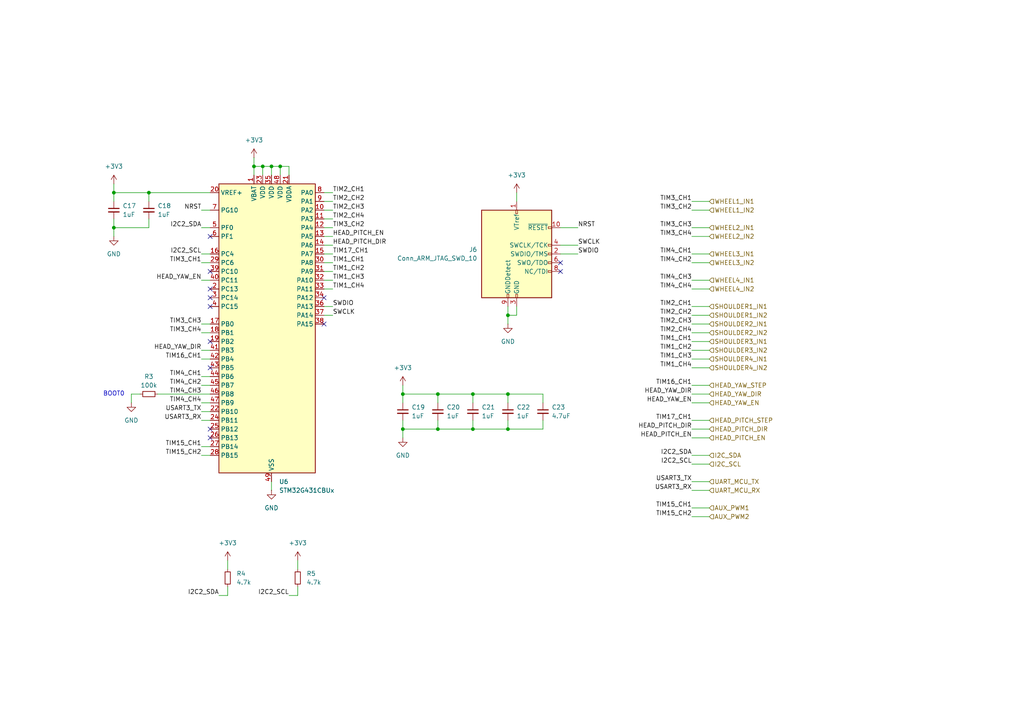
<source format=kicad_sch>
(kicad_sch (version 20250114) (generator "eeschema") (generator_version "9.0")
  (paper "A4")
  (lib_symbols
    (symbol "Connector:Conn_ARM_JTAG_SWD_10" (pin_names (offset 1.016))
      (property "Reference" "J" (at -2.54 16.51 0))
      (property "Value" "Conn_ARM_JTAG_SWD_10" (at -2.54 13.97 0))
      (symbol "Conn_ARM_JTAG_SWD_10_0_1"
        (rectangle (start -10.16 12.7) (end 10.16 -12.7) (stroke (width 0.254)) (fill (type background)))
        (rectangle (start -2.794 -12.7) (end -2.286 -11.684))
        (rectangle (start -0.254 12.7) (end 0.254 11.684))
        (rectangle (start -0.254 -12.7) (end 0.254 -11.684))
        (rectangle (start 9.144 2.286) (end 10.16 2.794))
        (rectangle (start 10.16 7.874) (end 9.144 7.366))
        (rectangle (start 10.16 -0.254) (end 9.144 0.254))
        (rectangle (start 10.16 -2.794) (end 9.144 -2.286))
      )
      (symbol "Conn_ARM_JTAG_SWD_10_1_1"
        (rectangle (start 9.144 -5.334) (end 10.16 -4.826))
        (pin no_connect line (at -10.16 0 0) (length 2.54) (hide yes) (name "KEY") (number "7"))
        (pin passive line (at -2.54 -15.24 90) (length 2.54) (name "GNDDetect") (number "9"))
        (pin power_in line (at 0 15.24 270) (length 2.54) (name "VTref") (number "1"))
        (pin power_in line (at 0 -15.24 90) (length 2.54) (name "GND") (number "3"))
        (pin passive line (at 0 -15.24 90) (length 2.54) (hide yes) (name "GND") (number "5"))
        (pin open_collector line (at 12.7 7.62 180) (length 2.54) (name "~{RESET}") (number "10"))
        (pin output line (at 12.7 2.54 180) (length 2.54) (name "SWCLK/TCK") (number "4"))
        (pin bidirectional line (at 12.7 0 180) (length 2.54) (name "SWDIO/TMS") (number "2"))
        (pin input line (at 12.7 -2.54 180) (length 2.54) (name "SWO/TDO") (number "6"))
        (pin output line (at 12.7 -5.08 180) (length 2.54) (name "NC/TDI") (number "8"))
      )
    )
    (symbol "Device:C_Small" (pin_numbers (hide yes)) (pin_names (offset 0.254) (hide yes))
      (property "Reference" "C" (at 0.254 1.778 0))
      (property "Value" "C_Small" (at 0.254 -2.032 0))
      (symbol "C_Small_0_1"
        (polyline (pts (xy -1.524 0.508) (xy 1.524 0.508)) (stroke (width 0.3048)))
        (polyline (pts (xy -1.524 -0.508) (xy 1.524 -0.508)) (stroke (width 0.3302)))
      )
      (symbol "C_Small_1_1"
        (pin passive line (at 0 2.54 270) (length 2.032) (name "~") (number "1"))
        (pin passive line (at 0 -2.54 90) (length 2.032) (name "~") (number "2"))
      )
    )
    (symbol "Device:R_Small" (pin_numbers (hide yes)) (pin_names (offset 0.254) (hide yes))
      (property "Reference" "R" (at 0.762 0.508 0))
      (property "Value" "R_Small" (at 0.762 -1.016 0))
      (symbol "R_Small_0_1"
        (rectangle (start -0.762 1.778) (end 0.762 -1.778) (stroke (width 0.2032)))
      )
      (symbol "R_Small_1_1"
        (pin passive line (at 0 2.54 270) (length 0.762) (name "~") (number "1"))
        (pin passive line (at 0 -2.54 90) (length 0.762) (name "~") (number "2"))
      )
    )
    (symbol "MCU_ST_STM32G4:STM32G431CBUx"
      (property "Reference" "U" (at -12.7 44.45 0))
      (property "Value" "STM32G431CBUx" (at 10.16 44.45 0))
      (symbol "STM32G431CBUx_0_1"
        (rectangle (start -12.7 -40.64) (end 15.24 43.18) (stroke (width 0.254)) (fill (type background)))
      )
      (symbol "STM32G431CBUx_1_1"
        (pin input line (at -15.24 40.64 0) (length 2.54) (name "VREF+") (number "20"))
        (pin bidirectional line (at -15.24 35.56 0) (length 2.54) (name "PG10") (number "7"))
        (pin bidirectional line (at -15.24 30.48 0) (length 2.54) (name "PF0") (number "5"))
        (pin bidirectional line (at -15.24 27.94 0) (length 2.54) (name "PF1") (number "6"))
        (pin bidirectional line (at -15.24 22.86 0) (length 2.54) (name "PC4") (number "16"))
        (pin bidirectional line (at -15.24 20.32 0) (length 2.54) (name "PC6") (number "29"))
        (pin bidirectional line (at -15.24 17.78 0) (length 2.54) (name "PC10") (number "39"))
        (pin bidirectional line (at -15.24 15.24 0) (length 2.54) (name "PC11") (number "40"))
        (pin bidirectional line (at -15.24 12.7 0) (length 2.54) (name "PC13") (number "2"))
        (pin bidirectional line (at -15.24 10.16 0) (length 2.54) (name "PC14") (number "3"))
        (pin bidirectional line (at -15.24 7.62 0) (length 2.54) (name "PC15") (number "4"))
        (pin bidirectional line (at -15.24 2.54 0) (length 2.54) (name "PB0") (number "17"))
        (pin bidirectional line (at -15.24 0 0) (length 2.54) (name "PB1") (number "18"))
        (pin bidirectional line (at -15.24 -2.54 0) (length 2.54) (name "PB2") (number "19"))
        (pin bidirectional line (at -15.24 -5.08 0) (length 2.54) (name "PB3") (number "41"))
        (pin bidirectional line (at -15.24 -7.62 0) (length 2.54) (name "PB4") (number "42"))
        (pin bidirectional line (at -15.24 -10.16 0) (length 2.54) (name "PB5") (number "43"))
        (pin bidirectional line (at -15.24 -12.7 0) (length 2.54) (name "PB6") (number "44"))
        (pin bidirectional line (at -15.24 -15.24 0) (length 2.54) (name "PB7") (number "45"))
        (pin bidirectional line (at -15.24 -17.78 0) (length 2.54) (name "PB8") (number "46"))
        (pin bidirectional line (at -15.24 -20.32 0) (length 2.54) (name "PB9") (number "47"))
        (pin bidirectional line (at -15.24 -22.86 0) (length 2.54) (name "PB10") (number "22"))
        (pin bidirectional line (at -15.24 -25.4 0) (length 2.54) (name "PB11") (number "24"))
        (pin bidirectional line (at -15.24 -27.94 0) (length 2.54) (name "PB12") (number "25"))
        (pin bidirectional line (at -15.24 -30.48 0) (length 2.54) (name "PB13") (number "26"))
        (pin bidirectional line (at -15.24 -33.02 0) (length 2.54) (name "PB14") (number "27"))
        (pin bidirectional line (at -15.24 -35.56 0) (length 2.54) (name "PB15") (number "28"))
        (pin power_in line (at -2.54 45.72 270) (length 2.54) (name "VBAT") (number "1"))
        (pin power_in line (at 0 45.72 270) (length 2.54) (name "VDD") (number "23"))
        (pin power_in line (at 2.54 45.72 270) (length 2.54) (name "VDD") (number "35"))
        (pin power_in line (at 2.54 -43.18 90) (length 2.54) (name "VSS") (number "49"))
        (pin power_in line (at 5.08 45.72 270) (length 2.54) (name "VDD") (number "48"))
        (pin power_in line (at 7.62 45.72 270) (length 2.54) (name "VDDA") (number "21"))
        (pin bidirectional line (at 17.78 40.64 180) (length 2.54) (name "PA0") (number "8"))
        (pin bidirectional line (at 17.78 38.1 180) (length 2.54) (name "PA1") (number "9"))
        (pin bidirectional line (at 17.78 35.56 180) (length 2.54) (name "PA2") (number "10"))
        (pin bidirectional line (at 17.78 33.02 180) (length 2.54) (name "PA3") (number "11"))
        (pin bidirectional line (at 17.78 30.48 180) (length 2.54) (name "PA4") (number "12"))
        (pin bidirectional line (at 17.78 27.94 180) (length 2.54) (name "PA5") (number "13"))
        (pin bidirectional line (at 17.78 25.4 180) (length 2.54) (name "PA6") (number "14"))
        (pin bidirectional line (at 17.78 22.86 180) (length 2.54) (name "PA7") (number "15"))
        (pin bidirectional line (at 17.78 20.32 180) (length 2.54) (name "PA8") (number "30"))
        (pin bidirectional line (at 17.78 17.78 180) (length 2.54) (name "PA9") (number "31"))
        (pin bidirectional line (at 17.78 15.24 180) (length 2.54) (name "PA10") (number "32"))
        (pin bidirectional line (at 17.78 12.7 180) (length 2.54) (name "PA11") (number "33"))
        (pin bidirectional line (at 17.78 10.16 180) (length 2.54) (name "PA12") (number "34"))
        (pin bidirectional line (at 17.78 7.62 180) (length 2.54) (name "PA13") (number "36"))
        (pin bidirectional line (at 17.78 5.08 180) (length 2.54) (name "PA14") (number "37"))
        (pin bidirectional line (at 17.78 2.54 180) (length 2.54) (name "PA15") (number "38"))
      )
    )
    (symbol "power:+3V3" (power) (pin_numbers (hide yes)) (pin_names (offset 0) (hide yes))
      (property "Value" "+3V3" (at 0 3.556 0))
      (symbol "+3V3_0_1"
        (polyline (pts (xy -0.762 1.27) (xy 0 2.54)))
        (polyline (pts (xy 0 2.54) (xy 0.762 1.27)))
        (polyline (pts (xy 0 0) (xy 0 2.54)))
      )
      (symbol "+3V3_1_1"
        (pin power_in line (at 0 0 90) (length 0) (name "~") (number "1"))
      )
    )
    (symbol "power:GND" (power) (pin_numbers (hide yes)) (pin_names (offset 0) (hide yes))
      (property "Value" "GND" (at 0 -3.81 0))
      (symbol "GND_0_1"
        (polyline (pts (xy 0 0) (xy 0 -1.27) (xy 1.27 -1.27) (xy 0 -2.54) (xy -1.27 -1.27) (xy 0 -1.27)))
      )
      (symbol "GND_1_1"
        (pin power_in line (at 0 0 270) (length 0) (name "~") (number "1"))
      )
    )
  )
  (text "BOOT0" (at 33.02 114.3 0) (effects (font (size 1.27 1.27))))
  (junction (at 116.84 114.3))
  (junction (at 81.28 48.26))
  (junction (at 73.66 48.26))
  (junction (at 33.02 55.88))
  (junction (at 78.74 48.26))
  (junction (at 116.84 124.46))
  (junction (at 127 124.46))
  (junction (at 147.32 114.3))
  (junction (at 33.02 66.04))
  (junction (at 147.32 91.44))
  (junction (at 137.16 124.46))
  (junction (at 127 114.3))
  (junction (at 43.18 55.88))
  (junction (at 137.16 114.3))
  (junction (at 147.32 124.46))
  (junction (at 76.2 48.26))
  (no_connect (at 60.96 68.58))
  (no_connect (at 60.96 86.36))
  (no_connect (at 60.96 78.74))
  (no_connect (at 60.96 106.68))
  (no_connect (at 60.96 83.82))
  (no_connect (at 162.56 76.2))
  (no_connect (at 60.96 88.9))
  (no_connect (at 93.98 93.98))
  (no_connect (at 60.96 127))
  (no_connect (at 162.56 78.74))
  (no_connect (at 60.96 124.46))
  (no_connect (at 93.98 86.36))
  (no_connect (at 60.96 99.06))
  (wire (pts (xy 81.28 48.26) (xy 83.82 48.26)))
  (wire (pts (xy 147.32 124.46) (xy 147.32 121.92)))
  (wire (pts (xy 86.36 162.56) (xy 86.36 165.1)))
  (wire (pts (xy 73.66 48.26) (xy 73.66 50.8)))
  (wire (pts (xy 73.66 45.72) (xy 73.66 48.26)))
  (wire (pts (xy 86.36 172.72) (xy 86.36 170.18)))
  (wire (pts (xy 33.02 66.04) (xy 33.02 68.58)))
  (wire (pts (xy 93.98 60.96) (xy 96.52 60.96)))
  (wire (pts (xy 200.66 68.58) (xy 205.74 68.58)))
  (wire (pts (xy 200.66 88.9) (xy 205.74 88.9)))
  (wire (pts (xy 200.66 147.32) (xy 205.74 147.32)))
  (wire (pts (xy 137.16 114.3) (xy 137.16 116.84)))
  (wire (pts (xy 200.66 114.3) (xy 205.74 114.3)))
  (wire (pts (xy 83.82 172.72) (xy 86.36 172.72)))
  (wire (pts (xy 33.02 63.5) (xy 33.02 66.04)))
  (wire (pts (xy 58.42 76.2) (xy 60.96 76.2)))
  (wire (pts (xy 200.66 93.98) (xy 205.74 93.98)))
  (wire (pts (xy 78.74 139.7) (xy 78.74 142.24)))
  (wire (pts (xy 200.66 96.52) (xy 205.74 96.52)))
  (wire (pts (xy 58.42 81.28) (xy 60.96 81.28)))
  (wire (pts (xy 200.66 73.66) (xy 205.74 73.66)))
  (wire (pts (xy 93.98 91.44) (xy 96.52 91.44)))
  (wire (pts (xy 200.66 91.44) (xy 205.74 91.44)))
  (wire (pts (xy 200.66 76.2) (xy 205.74 76.2)))
  (wire (pts (xy 200.66 81.28) (xy 205.74 81.28)))
  (wire (pts (xy 93.98 71.12) (xy 96.52 71.12)))
  (wire (pts (xy 60.96 55.88) (xy 43.18 55.88)))
  (wire (pts (xy 137.16 124.46) (xy 137.16 121.92)))
  (wire (pts (xy 116.84 111.76) (xy 116.84 114.3)))
  (wire (pts (xy 38.1 114.3) (xy 40.64 114.3)))
  (wire (pts (xy 93.98 78.74) (xy 96.52 78.74)))
  (wire (pts (xy 93.98 73.66) (xy 96.52 73.66)))
  (wire (pts (xy 58.42 96.52) (xy 60.96 96.52)))
  (wire (pts (xy 93.98 66.04) (xy 96.52 66.04)))
  (wire (pts (xy 149.86 55.88) (xy 149.86 58.42)))
  (wire (pts (xy 200.66 99.06) (xy 205.74 99.06)))
  (wire (pts (xy 200.66 111.76) (xy 205.74 111.76)))
  (wire (pts (xy 83.82 48.26) (xy 83.82 50.8)))
  (wire (pts (xy 93.98 55.88) (xy 96.52 55.88)))
  (wire (pts (xy 162.56 66.04) (xy 167.64 66.04)))
  (wire (pts (xy 58.42 116.84) (xy 60.96 116.84)))
  (wire (pts (xy 157.48 114.3) (xy 157.48 116.84)))
  (wire (pts (xy 147.32 114.3) (xy 147.32 116.84)))
  (wire (pts (xy 73.66 48.26) (xy 76.2 48.26)))
  (wire (pts (xy 58.42 66.04) (xy 60.96 66.04)))
  (wire (pts (xy 58.42 101.6) (xy 60.96 101.6)))
  (wire (pts (xy 81.28 48.26) (xy 81.28 50.8)))
  (wire (pts (xy 58.42 93.98) (xy 60.96 93.98)))
  (wire (pts (xy 78.74 50.8) (xy 78.74 48.26)))
  (wire (pts (xy 116.84 124.46) (xy 127 124.46)))
  (wire (pts (xy 157.48 124.46) (xy 157.48 121.92)))
  (wire (pts (xy 43.18 55.88) (xy 33.02 55.88)))
  (wire (pts (xy 200.66 132.08) (xy 205.74 132.08)))
  (wire (pts (xy 200.66 116.84) (xy 205.74 116.84)))
  (wire (pts (xy 116.84 114.3) (xy 116.84 116.84)))
  (wire (pts (xy 200.66 124.46) (xy 205.74 124.46)))
  (wire (pts (xy 147.32 124.46) (xy 157.48 124.46)))
  (wire (pts (xy 66.04 162.56) (xy 66.04 165.1)))
  (wire (pts (xy 200.66 60.96) (xy 205.74 60.96)))
  (wire (pts (xy 93.98 68.58) (xy 96.52 68.58)))
  (wire (pts (xy 127 114.3) (xy 127 116.84)))
  (wire (pts (xy 137.16 124.46) (xy 147.32 124.46)))
  (wire (pts (xy 93.98 81.28) (xy 96.52 81.28)))
  (wire (pts (xy 93.98 88.9) (xy 96.52 88.9)))
  (wire (pts (xy 147.32 88.9) (xy 147.32 91.44)))
  (wire (pts (xy 147.32 91.44) (xy 147.32 93.98)))
  (wire (pts (xy 78.74 48.26) (xy 81.28 48.26)))
  (wire (pts (xy 200.66 83.82) (xy 205.74 83.82)))
  (wire (pts (xy 200.66 121.92) (xy 205.74 121.92)))
  (wire (pts (xy 200.66 139.7) (xy 205.74 139.7)))
  (wire (pts (xy 127 114.3) (xy 137.16 114.3)))
  (wire (pts (xy 58.42 109.22) (xy 60.96 109.22)))
  (wire (pts (xy 162.56 73.66) (xy 167.64 73.66)))
  (wire (pts (xy 200.66 101.6) (xy 205.74 101.6)))
  (wire (pts (xy 149.86 88.9) (xy 149.86 91.44)))
  (wire (pts (xy 78.74 48.26) (xy 76.2 48.26)))
  (wire (pts (xy 116.84 124.46) (xy 116.84 127)))
  (wire (pts (xy 58.42 121.92) (xy 60.96 121.92)))
  (wire (pts (xy 162.56 71.12) (xy 167.64 71.12)))
  (wire (pts (xy 58.42 73.66) (xy 60.96 73.66)))
  (wire (pts (xy 58.42 104.14) (xy 60.96 104.14)))
  (wire (pts (xy 147.32 114.3) (xy 157.48 114.3)))
  (wire (pts (xy 33.02 53.34) (xy 33.02 55.88)))
  (wire (pts (xy 137.16 114.3) (xy 147.32 114.3)))
  (wire (pts (xy 93.98 63.5) (xy 96.52 63.5)))
  (wire (pts (xy 200.66 104.14) (xy 205.74 104.14)))
  (wire (pts (xy 200.66 127) (xy 205.74 127)))
  (wire (pts (xy 58.42 129.54) (xy 60.96 129.54)))
  (wire (pts (xy 43.18 66.04) (xy 43.18 63.5)))
  (wire (pts (xy 127 124.46) (xy 137.16 124.46)))
  (wire (pts (xy 33.02 66.04) (xy 43.18 66.04)))
  (wire (pts (xy 58.42 60.96) (xy 60.96 60.96)))
  (wire (pts (xy 58.42 119.38) (xy 60.96 119.38)))
  (wire (pts (xy 116.84 121.92) (xy 116.84 124.46)))
  (wire (pts (xy 200.66 66.04) (xy 205.74 66.04)))
  (wire (pts (xy 45.72 114.3) (xy 60.96 114.3)))
  (wire (pts (xy 200.66 134.62) (xy 205.74 134.62)))
  (wire (pts (xy 76.2 48.26) (xy 76.2 50.8)))
  (wire (pts (xy 116.84 114.3) (xy 127 114.3)))
  (wire (pts (xy 93.98 76.2) (xy 96.52 76.2)))
  (wire (pts (xy 93.98 83.82) (xy 96.52 83.82)))
  (wire (pts (xy 58.42 132.08) (xy 60.96 132.08)))
  (wire (pts (xy 66.04 172.72) (xy 66.04 170.18)))
  (wire (pts (xy 38.1 116.84) (xy 38.1 114.3)))
  (wire (pts (xy 63.5 172.72) (xy 66.04 172.72)))
  (wire (pts (xy 127 124.46) (xy 127 121.92)))
  (wire (pts (xy 200.66 149.86) (xy 205.74 149.86)))
  (wire (pts (xy 43.18 55.88) (xy 43.18 58.42)))
  (wire (pts (xy 200.66 58.42) (xy 205.74 58.42)))
  (wire (pts (xy 200.66 142.24) (xy 205.74 142.24)))
  (wire (pts (xy 200.66 106.68) (xy 205.74 106.68)))
  (wire (pts (xy 58.42 111.76) (xy 60.96 111.76)))
  (wire (pts (xy 33.02 55.88) (xy 33.02 58.42)))
  (wire (pts (xy 93.98 58.42) (xy 96.52 58.42)))
  (wire (pts (xy 147.32 91.44) (xy 149.86 91.44)))
  (label "TIM17_CH1" (at 96.52 73.66 0))
  (label "HEAD_PITCH_DIR" (at 96.52 71.12 0))
  (label "TIM4_CH1" (at 200.66 73.66 180))
  (label "I2C2_SDA" (at 58.42 66.04 180))
  (label "TIM3_CH1" (at 200.66 58.42 180))
  (label "TIM3_CH2" (at 96.52 66.04 0))
  (label "HEAD_YAW_EN" (at 58.42 81.28 180))
  (label "TIM1_CH4" (at 200.66 106.68 180))
  (label "TIM3_CH4" (at 200.66 68.58 180))
  (label "HEAD_PITCH_EN" (at 200.66 127 180))
  (label "TIM16_CH1" (at 58.42 104.14 180))
  (label "I2C2_SDA" (at 63.5 172.72 180))
  (label "TIM15_CH1" (at 58.42 129.54 180))
  (label "TIM2_CH1" (at 96.52 55.88 0))
  (label "TIM2_CH2" (at 200.66 91.44 180))
  (label "TIM3_CH3" (at 200.66 66.04 180))
  (label "TIM3_CH1" (at 58.42 76.2 180))
  (label "TIM1_CH3" (at 200.66 104.14 180))
  (label "TIM4_CH4" (at 200.66 83.82 180))
  (label "I2C2_SCL" (at 83.82 172.72 180))
  (label "TIM4_CH2" (at 58.42 111.76 180))
  (label "TIM4_CH1" (at 58.42 109.22 180))
  (label "NRST" (at 58.42 60.96 180))
  (label "TIM16_CH1" (at 200.66 111.76 180))
  (label "TIM1_CH4" (at 96.52 83.82 0))
  (label "I2C2_SCL" (at 200.66 134.62 180))
  (label "TIM1_CH2" (at 200.66 101.6 180))
  (label "TIM15_CH2" (at 58.42 132.08 180))
  (label "SWCLK" (at 96.52 91.44 0))
  (label "HEAD_PITCH_EN" (at 96.52 68.58 0))
  (label "NRST" (at 167.64 66.04 0))
  (label "TIM2_CH1" (at 200.66 88.9 180))
  (label "TIM2_CH4" (at 200.66 96.52 180))
  (label "SWDIO" (at 167.64 73.66 0))
  (label "TIM3_CH4" (at 58.42 96.52 180))
  (label "TIM1_CH2" (at 96.52 78.74 0))
  (label "TIM1_CH1" (at 200.66 99.06 180))
  (label "HEAD_YAW_EN" (at 200.66 116.84 180))
  (label "USART3_TX" (at 200.66 139.7 180))
  (label "I2C2_SCL" (at 58.42 73.66 180))
  (label "SWDIO" (at 96.52 88.9 0))
  (label "TIM4_CH3" (at 58.42 114.3 180))
  (label "TIM3_CH2" (at 200.66 60.96 180))
  (label "TIM4_CH3" (at 200.66 81.28 180))
  (label "HEAD_YAW_DIR" (at 58.42 101.6 180))
  (label "TIM3_CH3" (at 58.42 93.98 180))
  (label "HEAD_YAW_DIR" (at 200.66 114.3 180))
  (label "TIM1_CH1" (at 96.52 76.2 0))
  (label "USART3_TX" (at 58.42 119.38 180))
  (label "TIM2_CH3" (at 96.52 60.96 0))
  (label "TIM4_CH4" (at 58.42 116.84 180))
  (label "I2C2_SDA" (at 200.66 132.08 180))
  (label "USART3_RX" (at 200.66 142.24 180))
  (label "TIM17_CH1" (at 200.66 121.92 180))
  (label "USART3_RX" (at 58.42 121.92 180))
  (label "TIM15_CH2" (at 200.66 149.86 180))
  (label "TIM15_CH1" (at 200.66 147.32 180))
  (label "SWCLK" (at 167.64 71.12 0))
  (label "TIM2_CH2" (at 96.52 58.42 0))
  (label "TIM2_CH4" (at 96.52 63.5 0))
  (label "TIM4_CH2" (at 200.66 76.2 180))
  (label "TIM1_CH3" (at 96.52 81.28 0))
  (label "HEAD_PITCH_DIR" (at 200.66 124.46 180))
  (label "TIM2_CH3" (at 200.66 93.98 180))
  (hierarchical_label "WHEEL1_IN2" (shape input) (at 205.74 60.96 0))
  (hierarchical_label "WHEEL1_IN1" (shape input) (at 205.74 58.42 0))
  (hierarchical_label "HEAD_YAW_EN" (shape input) (at 205.74 116.84 0))
  (hierarchical_label "SHOULDER4_IN1" (shape input) (at 205.74 104.14 0))
  (hierarchical_label "HEAD_YAW_DIR" (shape input) (at 205.74 114.3 0))
  (hierarchical_label "WHEEL4_IN2" (shape input) (at 205.74 83.82 0))
  (hierarchical_label "WHEEL4_IN1" (shape input) (at 205.74 81.28 0))
  (hierarchical_label "WHEEL3_IN2" (shape input) (at 205.74 76.2 0))
  (hierarchical_label "HEAD_PITCH_STEP" (shape input) (at 205.74 121.92 0))
  (hierarchical_label "UART_MCU_RX" (shape input) (at 205.74 142.24 0))
  (hierarchical_label "I2C_SDA" (shape input) (at 205.74 132.08 0))
  (hierarchical_label "SHOULDER2_IN1" (shape input) (at 205.74 93.98 0))
  (hierarchical_label "AUX_PWM1" (shape input) (at 205.74 147.32 0))
  (hierarchical_label "AUX_PWM2" (shape input) (at 205.74 149.86 0))
  (hierarchical_label "HEAD_PITCH_DIR" (shape input) (at 205.74 124.46 0))
  (hierarchical_label "SHOULDER2_IN2" (shape input) (at 205.74 96.52 0))
  (hierarchical_label "UART_MCU_TX" (shape input) (at 205.74 139.7 0))
  (hierarchical_label "SHOULDER4_IN2" (shape input) (at 205.74 106.68 0))
  (hierarchical_label "SHOULDER3_IN2" (shape input) (at 205.74 101.6 0))
  (hierarchical_label "SHOULDER1_IN2" (shape input) (at 205.74 91.44 0))
  (hierarchical_label "HEAD_PITCH_EN" (shape input) (at 205.74 127 0))
  (hierarchical_label "SHOULDER3_IN1" (shape input) (at 205.74 99.06 0))
  (hierarchical_label "I2C_SCL" (shape input) (at 205.74 134.62 0))
  (hierarchical_label "WHEEL2_IN2" (shape input) (at 205.74 68.58 0))
  (hierarchical_label "SHOULDER1_IN1" (shape input) (at 205.74 88.9 0))
  (hierarchical_label "WHEEL2_IN1" (shape input) (at 205.74 66.04 0))
  (hierarchical_label "HEAD_YAW_STEP" (shape input) (at 205.74 111.76 0))
  (hierarchical_label "WHEEL3_IN1" (shape input) (at 205.74 73.66 0))
  (symbol (lib_id "Device:R_Small") (at 43.18 114.3 90) (unit 1)
    (property "Reference" "R3" (at 43.18 109.22 90))
    (property "Value" "100k" (at 43.18 111.76 90))
    (property "Footprint" "Resistor_SMD:R_0402_1005Metric" (effects (hide yes)))
    (property "Description" "Resistor, small symbol" (effects (hide yes)))
    (property "LCSC" "C25741" (effects (hide yes)))
  )
  (symbol (lib_id "power:+3V3") (at 116.84 111.76 0) (unit 1)
    (property "Reference" "#PWR045" (effects (hide yes)))
    (property "Value" "+3V3" (at 116.84 106.68 0))
    (property "Description" "Power symbol creates a global label with name \"+3V3\"" (effects (hide yes)))
  )
  (symbol (lib_id "Device:C_Small") (at 157.48 119.38 0) (unit 1)
    (property "Reference" "C23" (at 160.02 118.1162 0) (effects (justify left)))
    (property "Value" "4.7uF" (at 160.02 120.6562 0) (effects (justify left)))
    (property "Footprint" "Capacitor_SMD:C_0402_1005Metric" (effects (hide yes)))
    (property "Description" "Unpolarized capacitor, small symbol" (effects (hide yes)))
    (property "LCSC" "C23733" (effects (hide yes)))
  )
  (symbol (lib_id "Device:C_Small") (at 43.18 60.96 0) (unit 1)
    (property "Reference" "C18" (at 45.72 59.6962 0) (effects (justify left)))
    (property "Value" "1uF" (at 45.72 62.2362 0) (effects (justify left)))
    (property "Footprint" "Capacitor_SMD:C_0402_1005Metric" (effects (hide yes)))
    (property "Description" "Unpolarized capacitor, small symbol" (effects (hide yes)))
    (property "LCSC" "C52923" (effects (hide yes)))
  )
  (symbol (lib_id "power:GND") (at 147.32 93.98 0) (unit 1)
    (property "Reference" "#PWR047" (effects (hide yes)))
    (property "Value" "GND" (at 147.32 99.06 0))
    (property "Description" "Power symbol creates a global label with name \"GND\" , ground" (effects (hide yes)))
  )
  (symbol (lib_id "Device:C_Small") (at 147.32 119.38 0) (unit 1)
    (property "Reference" "C22" (at 149.86 118.1162 0) (effects (justify left)))
    (property "Value" "1uF" (at 149.86 120.6562 0) (effects (justify left)))
    (property "Footprint" "Capacitor_SMD:C_0402_1005Metric" (effects (hide yes)))
    (property "Description" "Unpolarized capacitor, small symbol" (effects (hide yes)))
    (property "LCSC" "C52923" (effects (hide yes)))
  )
  (symbol (lib_id "Device:C_Small") (at 116.84 119.38 0) (unit 1)
    (property "Reference" "C19" (at 119.38 118.1162 0) (effects (justify left)))
    (property "Value" "1uF" (at 119.38 120.6562 0) (effects (justify left)))
    (property "Footprint" "Capacitor_SMD:C_0402_1005Metric" (effects (hide yes)))
    (property "Description" "Unpolarized capacitor, small symbol" (effects (hide yes)))
    (property "LCSC" "C52923" (effects (hide yes)))
  )
  (symbol (lib_id "Device:C_Small") (at 127 119.38 0) (unit 1)
    (property "Reference" "C20" (at 129.54 118.1162 0) (effects (justify left)))
    (property "Value" "1uF" (at 129.54 120.6562 0) (effects (justify left)))
    (property "Footprint" "Capacitor_SMD:C_0402_1005Metric" (effects (hide yes)))
    (property "Description" "Unpolarized capacitor, small symbol" (effects (hide yes)))
    (property "LCSC" "C52923" (effects (hide yes)))
  )
  (symbol (lib_id "power:+3V3") (at 86.36 162.56 0) (unit 1)
    (property "Reference" "#PWR044" (effects (hide yes)))
    (property "Value" "+3V3" (at 86.36 157.48 0))
    (property "Description" "Power symbol creates a global label with name \"+3V3\"" (effects (hide yes)))
  )
  (symbol (lib_id "power:+3V3") (at 149.86 55.88 0) (unit 1)
    (property "Reference" "#PWR048" (effects (hide yes)))
    (property "Value" "+3V3" (at 149.86 50.8 0))
    (property "Description" "Power symbol creates a global label with name \"+3V3\"" (effects (hide yes)))
  )
  (symbol (lib_id "Device:R_Small") (at 66.04 167.64 180) (unit 1)
    (property "Reference" "R4" (at 68.58 166.3699 0) (effects (justify right)))
    (property "Value" "4.7k" (at 68.58 168.9099 0) (effects (justify right)))
    (property "Footprint" "Resistor_SMD:R_0402_1005Metric" (effects (hide yes)))
    (property "Description" "Resistor, small symbol" (effects (hide yes)))
    (property "LCSC" "C25900" (effects (hide yes)))
  )
  (symbol (lib_id "Device:C_Small") (at 137.16 119.38 0) (unit 1)
    (property "Reference" "C21" (at 139.7 118.1162 0) (effects (justify left)))
    (property "Value" "1uF" (at 139.7 120.6562 0) (effects (justify left)))
    (property "Footprint" "Capacitor_SMD:C_0402_1005Metric" (effects (hide yes)))
    (property "Description" "Unpolarized capacitor, small symbol" (effects (hide yes)))
    (property "LCSC" "C52923" (effects (hide yes)))
  )
  (symbol (lib_id "power:+3V3") (at 33.02 53.34 0) (unit 1)
    (property "Reference" "#PWR038" (effects (hide yes)))
    (property "Value" "+3V3" (at 33.02 48.26 0))
    (property "Description" "Power symbol creates a global label with name \"+3V3\"" (effects (hide yes)))
  )
  (symbol (lib_id "power:GND") (at 38.1 116.84 0) (unit 1)
    (property "Reference" "#PWR040" (effects (hide yes)))
    (property "Value" "GND" (at 38.1 121.92 0))
    (property "Description" "Power symbol creates a global label with name \"GND\" , ground" (effects (hide yes)))
  )
  (symbol (lib_id "Connector:Conn_ARM_JTAG_SWD_10") (at 149.86 73.66 0) (unit 1)
    (property "Reference" "J6" (at 138.43 72.3899 0) (effects (justify right)))
    (property "Value" "Conn_ARM_JTAG_SWD_10" (at 138.43 74.9299 0) (effects (justify right)))
    (property "Footprint" "footprints:FTSH-105-XX-YYY-DV-K-P" (effects (hide yes)))
    (property "Datasheet" "http://infocenter.arm.com/help/topic/com.arm.doc.ddi0314h/DDI0314H_coresight_components_trm.pdf" (effects (hide yes)))
    (property "Description" "Cortex Debug Connector, standard ARM Cortex-M SWD and JTAG interface" (effects (hide yes)))
    (property "LCSC" "C19191729" (effects (hide yes)))
  )
  (symbol (lib_id "power:GND") (at 78.74 142.24 0) (unit 1)
    (property "Reference" "#PWR043" (effects (hide yes)))
    (property "Value" "GND" (at 78.74 147.32 0))
    (property "Description" "Power symbol creates a global label with name \"GND\" , ground" (effects (hide yes)))
  )
  (symbol (lib_id "power:GND") (at 116.84 127 0) (unit 1)
    (property "Reference" "#PWR046" (effects (hide yes)))
    (property "Value" "GND" (at 116.84 132.08 0))
    (property "Description" "Power symbol creates a global label with name \"GND\" , ground" (effects (hide yes)))
  )
  (symbol (lib_id "MCU_ST_STM32G4:STM32G431CBUx") (at 76.2 96.52 0) (unit 1)
    (property "Reference" "U6" (at 80.9341 139.7 0) (effects (justify left)))
    (property "Value" "STM32G431CBUx" (at 80.9341 142.24 0) (effects (justify left)))
    (property "Footprint" "Package_DFN_QFN:QFN-48-1EP_7x7mm_P0.5mm_EP5.6x5.6mm" (effects (hide yes)))
    (property "Datasheet" "https://www.st.com/resource/en/datasheet/stm32g431cb.pdf" (effects (hide yes)))
    (property "Description" "STMicroelectronics Arm Cortex-M4 MCU, 128KB flash, 32KB RAM, 170 MHz, 1.71-3.6V, 42 GPIO, UFQFPN48" (effects (hide yes)))
    (property "LCSC" "C529356" (effects (hide yes)))
  )
  (symbol (lib_id "power:+3V3") (at 73.66 45.72 0) (unit 1)
    (property "Reference" "#PWR042" (effects (hide yes)))
    (property "Value" "+3V3" (at 73.66 40.64 0))
    (property "Description" "Power symbol creates a global label with name \"+3V3\"" (effects (hide yes)))
  )
  (symbol (lib_id "Device:C_Small") (at 33.02 60.96 0) (unit 1)
    (property "Reference" "C17" (at 35.56 59.6962 0) (effects (justify left)))
    (property "Value" "1uF" (at 35.56 62.2362 0) (effects (justify left)))
    (property "Footprint" "Capacitor_SMD:C_0402_1005Metric" (effects (hide yes)))
    (property "Description" "Unpolarized capacitor, small symbol" (effects (hide yes)))
    (property "LCSC" "C52923" (effects (hide yes)))
  )
  (symbol (lib_id "Device:R_Small") (at 86.36 167.64 180) (unit 1)
    (property "Reference" "R5" (at 88.9 166.3699 0) (effects (justify right)))
    (property "Value" "4.7k" (at 88.9 168.9099 0) (effects (justify right)))
    (property "Footprint" "Resistor_SMD:R_0402_1005Metric" (effects (hide yes)))
    (property "Description" "Resistor, small symbol" (effects (hide yes)))
    (property "LCSC" "C25900" (effects (hide yes)))
  )
  (symbol (lib_id "power:GND") (at 33.02 68.58 0) (unit 1)
    (property "Reference" "#PWR039" (effects (hide yes)))
    (property "Value" "GND" (at 33.02 73.66 0))
    (property "Description" "Power symbol creates a global label with name \"GND\" , ground" (effects (hide yes)))
  )
  (symbol (lib_id "power:+3V3") (at 66.04 162.56 0) (unit 1)
    (property "Reference" "#PWR041" (effects (hide yes)))
    (property "Value" "+3V3" (at 66.04 157.48 0))
    (property "Description" "Power symbol creates a global label with name \"+3V3\"" (effects (hide yes)))
  )
)
</source>
